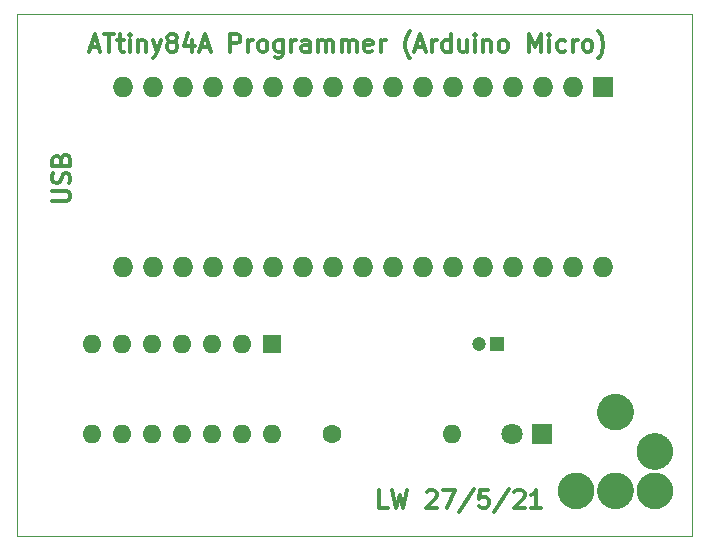
<source format=gbr>
G04 #@! TF.GenerationSoftware,KiCad,Pcbnew,(5.1.9-0-10_14)*
G04 #@! TF.CreationDate,2021-06-09T21:06:45+01:00*
G04 #@! TF.ProjectId,ATtiny84Programmer,41547469-6e79-4383-9450-726f6772616d,rev?*
G04 #@! TF.SameCoordinates,Original*
G04 #@! TF.FileFunction,Copper,L1,Top*
G04 #@! TF.FilePolarity,Positive*
%FSLAX46Y46*%
G04 Gerber Fmt 4.6, Leading zero omitted, Abs format (unit mm)*
G04 Created by KiCad (PCBNEW (5.1.9-0-10_14)) date 2021-06-09 21:06:45*
%MOMM*%
%LPD*%
G01*
G04 APERTURE LIST*
G04 #@! TA.AperFunction,NonConductor*
%ADD10C,0.050000*%
G04 #@! TD*
G04 #@! TA.AperFunction,NonConductor*
%ADD11C,0.300000*%
G04 #@! TD*
G04 #@! TA.AperFunction,EtchedComponent*
%ADD12C,0.010000*%
G04 #@! TD*
G04 #@! TA.AperFunction,ComponentPad*
%ADD13O,1.727200X1.727200*%
G04 #@! TD*
G04 #@! TA.AperFunction,ComponentPad*
%ADD14R,1.727200X1.727200*%
G04 #@! TD*
G04 #@! TA.AperFunction,ComponentPad*
%ADD15R,1.200000X1.200000*%
G04 #@! TD*
G04 #@! TA.AperFunction,ComponentPad*
%ADD16C,1.200000*%
G04 #@! TD*
G04 #@! TA.AperFunction,ComponentPad*
%ADD17R,1.800000X1.800000*%
G04 #@! TD*
G04 #@! TA.AperFunction,ComponentPad*
%ADD18C,1.800000*%
G04 #@! TD*
G04 #@! TA.AperFunction,ComponentPad*
%ADD19C,1.600000*%
G04 #@! TD*
G04 #@! TA.AperFunction,ComponentPad*
%ADD20O,1.600000X1.600000*%
G04 #@! TD*
G04 #@! TA.AperFunction,ComponentPad*
%ADD21R,1.600000X1.600000*%
G04 #@! TD*
G04 APERTURE END LIST*
D10*
X140970000Y-71120000D02*
X83820000Y-71120000D01*
X83820000Y-71120000D02*
X83820000Y-115316000D01*
X140970000Y-115316000D02*
X140970000Y-71120000D01*
X83820000Y-115316000D02*
X140970000Y-115316000D01*
D11*
X115202857Y-112958571D02*
X114488571Y-112958571D01*
X114488571Y-111458571D01*
X115560000Y-111458571D02*
X115917142Y-112958571D01*
X116202857Y-111887142D01*
X116488571Y-112958571D01*
X116845714Y-111458571D01*
X118488571Y-111601428D02*
X118560000Y-111530000D01*
X118702857Y-111458571D01*
X119060000Y-111458571D01*
X119202857Y-111530000D01*
X119274285Y-111601428D01*
X119345714Y-111744285D01*
X119345714Y-111887142D01*
X119274285Y-112101428D01*
X118417142Y-112958571D01*
X119345714Y-112958571D01*
X119845714Y-111458571D02*
X120845714Y-111458571D01*
X120202857Y-112958571D01*
X122488571Y-111387142D02*
X121202857Y-113315714D01*
X123702857Y-111458571D02*
X122988571Y-111458571D01*
X122917142Y-112172857D01*
X122988571Y-112101428D01*
X123131428Y-112030000D01*
X123488571Y-112030000D01*
X123631428Y-112101428D01*
X123702857Y-112172857D01*
X123774285Y-112315714D01*
X123774285Y-112672857D01*
X123702857Y-112815714D01*
X123631428Y-112887142D01*
X123488571Y-112958571D01*
X123131428Y-112958571D01*
X122988571Y-112887142D01*
X122917142Y-112815714D01*
X125488571Y-111387142D02*
X124202857Y-113315714D01*
X125917142Y-111601428D02*
X125988571Y-111530000D01*
X126131428Y-111458571D01*
X126488571Y-111458571D01*
X126631428Y-111530000D01*
X126702857Y-111601428D01*
X126774285Y-111744285D01*
X126774285Y-111887142D01*
X126702857Y-112101428D01*
X125845714Y-112958571D01*
X126774285Y-112958571D01*
X128202857Y-112958571D02*
X127345714Y-112958571D01*
X127774285Y-112958571D02*
X127774285Y-111458571D01*
X127631428Y-111672857D01*
X127488571Y-111815714D01*
X127345714Y-111887142D01*
X90009999Y-73910000D02*
X90724285Y-73910000D01*
X89867142Y-74338571D02*
X90367142Y-72838571D01*
X90867142Y-74338571D01*
X91152857Y-72838571D02*
X92009999Y-72838571D01*
X91581428Y-74338571D02*
X91581428Y-72838571D01*
X92295714Y-73338571D02*
X92867142Y-73338571D01*
X92509999Y-72838571D02*
X92509999Y-74124285D01*
X92581428Y-74267142D01*
X92724285Y-74338571D01*
X92867142Y-74338571D01*
X93367142Y-74338571D02*
X93367142Y-73338571D01*
X93367142Y-72838571D02*
X93295714Y-72910000D01*
X93367142Y-72981428D01*
X93438571Y-72910000D01*
X93367142Y-72838571D01*
X93367142Y-72981428D01*
X94081428Y-73338571D02*
X94081428Y-74338571D01*
X94081428Y-73481428D02*
X94152857Y-73410000D01*
X94295714Y-73338571D01*
X94509999Y-73338571D01*
X94652857Y-73410000D01*
X94724285Y-73552857D01*
X94724285Y-74338571D01*
X95295714Y-73338571D02*
X95652857Y-74338571D01*
X96009999Y-73338571D02*
X95652857Y-74338571D01*
X95509999Y-74695714D01*
X95438571Y-74767142D01*
X95295714Y-74838571D01*
X96795714Y-73481428D02*
X96652857Y-73410000D01*
X96581428Y-73338571D01*
X96509999Y-73195714D01*
X96509999Y-73124285D01*
X96581428Y-72981428D01*
X96652857Y-72910000D01*
X96795714Y-72838571D01*
X97081428Y-72838571D01*
X97224285Y-72910000D01*
X97295714Y-72981428D01*
X97367142Y-73124285D01*
X97367142Y-73195714D01*
X97295714Y-73338571D01*
X97224285Y-73410000D01*
X97081428Y-73481428D01*
X96795714Y-73481428D01*
X96652857Y-73552857D01*
X96581428Y-73624285D01*
X96509999Y-73767142D01*
X96509999Y-74052857D01*
X96581428Y-74195714D01*
X96652857Y-74267142D01*
X96795714Y-74338571D01*
X97081428Y-74338571D01*
X97224285Y-74267142D01*
X97295714Y-74195714D01*
X97367142Y-74052857D01*
X97367142Y-73767142D01*
X97295714Y-73624285D01*
X97224285Y-73552857D01*
X97081428Y-73481428D01*
X98652857Y-73338571D02*
X98652857Y-74338571D01*
X98295714Y-72767142D02*
X97938571Y-73838571D01*
X98867142Y-73838571D01*
X99367142Y-73910000D02*
X100081428Y-73910000D01*
X99224285Y-74338571D02*
X99724285Y-72838571D01*
X100224285Y-74338571D01*
X101867142Y-74338571D02*
X101867142Y-72838571D01*
X102438571Y-72838571D01*
X102581428Y-72910000D01*
X102652857Y-72981428D01*
X102724285Y-73124285D01*
X102724285Y-73338571D01*
X102652857Y-73481428D01*
X102581428Y-73552857D01*
X102438571Y-73624285D01*
X101867142Y-73624285D01*
X103367142Y-74338571D02*
X103367142Y-73338571D01*
X103367142Y-73624285D02*
X103438571Y-73481428D01*
X103509999Y-73410000D01*
X103652857Y-73338571D01*
X103795714Y-73338571D01*
X104509999Y-74338571D02*
X104367142Y-74267142D01*
X104295714Y-74195714D01*
X104224285Y-74052857D01*
X104224285Y-73624285D01*
X104295714Y-73481428D01*
X104367142Y-73410000D01*
X104509999Y-73338571D01*
X104724285Y-73338571D01*
X104867142Y-73410000D01*
X104938571Y-73481428D01*
X105009999Y-73624285D01*
X105009999Y-74052857D01*
X104938571Y-74195714D01*
X104867142Y-74267142D01*
X104724285Y-74338571D01*
X104509999Y-74338571D01*
X106295714Y-73338571D02*
X106295714Y-74552857D01*
X106224285Y-74695714D01*
X106152857Y-74767142D01*
X106009999Y-74838571D01*
X105795714Y-74838571D01*
X105652857Y-74767142D01*
X106295714Y-74267142D02*
X106152857Y-74338571D01*
X105867142Y-74338571D01*
X105724285Y-74267142D01*
X105652857Y-74195714D01*
X105581428Y-74052857D01*
X105581428Y-73624285D01*
X105652857Y-73481428D01*
X105724285Y-73410000D01*
X105867142Y-73338571D01*
X106152857Y-73338571D01*
X106295714Y-73410000D01*
X107009999Y-74338571D02*
X107009999Y-73338571D01*
X107009999Y-73624285D02*
X107081428Y-73481428D01*
X107152857Y-73410000D01*
X107295714Y-73338571D01*
X107438571Y-73338571D01*
X108581428Y-74338571D02*
X108581428Y-73552857D01*
X108509999Y-73410000D01*
X108367142Y-73338571D01*
X108081428Y-73338571D01*
X107938571Y-73410000D01*
X108581428Y-74267142D02*
X108438571Y-74338571D01*
X108081428Y-74338571D01*
X107938571Y-74267142D01*
X107867142Y-74124285D01*
X107867142Y-73981428D01*
X107938571Y-73838571D01*
X108081428Y-73767142D01*
X108438571Y-73767142D01*
X108581428Y-73695714D01*
X109295714Y-74338571D02*
X109295714Y-73338571D01*
X109295714Y-73481428D02*
X109367142Y-73410000D01*
X109509999Y-73338571D01*
X109724285Y-73338571D01*
X109867142Y-73410000D01*
X109938571Y-73552857D01*
X109938571Y-74338571D01*
X109938571Y-73552857D02*
X110009999Y-73410000D01*
X110152857Y-73338571D01*
X110367142Y-73338571D01*
X110509999Y-73410000D01*
X110581428Y-73552857D01*
X110581428Y-74338571D01*
X111295714Y-74338571D02*
X111295714Y-73338571D01*
X111295714Y-73481428D02*
X111367142Y-73410000D01*
X111509999Y-73338571D01*
X111724285Y-73338571D01*
X111867142Y-73410000D01*
X111938571Y-73552857D01*
X111938571Y-74338571D01*
X111938571Y-73552857D02*
X112009999Y-73410000D01*
X112152857Y-73338571D01*
X112367142Y-73338571D01*
X112509999Y-73410000D01*
X112581428Y-73552857D01*
X112581428Y-74338571D01*
X113867142Y-74267142D02*
X113724285Y-74338571D01*
X113438571Y-74338571D01*
X113295714Y-74267142D01*
X113224285Y-74124285D01*
X113224285Y-73552857D01*
X113295714Y-73410000D01*
X113438571Y-73338571D01*
X113724285Y-73338571D01*
X113867142Y-73410000D01*
X113938571Y-73552857D01*
X113938571Y-73695714D01*
X113224285Y-73838571D01*
X114581428Y-74338571D02*
X114581428Y-73338571D01*
X114581428Y-73624285D02*
X114652857Y-73481428D01*
X114724285Y-73410000D01*
X114867142Y-73338571D01*
X115009999Y-73338571D01*
X117081428Y-74910000D02*
X117009999Y-74838571D01*
X116867142Y-74624285D01*
X116795714Y-74481428D01*
X116724285Y-74267142D01*
X116652857Y-73910000D01*
X116652857Y-73624285D01*
X116724285Y-73267142D01*
X116795714Y-73052857D01*
X116867142Y-72910000D01*
X117009999Y-72695714D01*
X117081428Y-72624285D01*
X117581428Y-73910000D02*
X118295714Y-73910000D01*
X117438571Y-74338571D02*
X117938571Y-72838571D01*
X118438571Y-74338571D01*
X118938571Y-74338571D02*
X118938571Y-73338571D01*
X118938571Y-73624285D02*
X119009999Y-73481428D01*
X119081428Y-73410000D01*
X119224285Y-73338571D01*
X119367142Y-73338571D01*
X120509999Y-74338571D02*
X120509999Y-72838571D01*
X120509999Y-74267142D02*
X120367142Y-74338571D01*
X120081428Y-74338571D01*
X119938571Y-74267142D01*
X119867142Y-74195714D01*
X119795714Y-74052857D01*
X119795714Y-73624285D01*
X119867142Y-73481428D01*
X119938571Y-73410000D01*
X120081428Y-73338571D01*
X120367142Y-73338571D01*
X120509999Y-73410000D01*
X121867142Y-73338571D02*
X121867142Y-74338571D01*
X121224285Y-73338571D02*
X121224285Y-74124285D01*
X121295714Y-74267142D01*
X121438571Y-74338571D01*
X121652857Y-74338571D01*
X121795714Y-74267142D01*
X121867142Y-74195714D01*
X122581428Y-74338571D02*
X122581428Y-73338571D01*
X122581428Y-72838571D02*
X122510000Y-72910000D01*
X122581428Y-72981428D01*
X122652857Y-72910000D01*
X122581428Y-72838571D01*
X122581428Y-72981428D01*
X123295714Y-73338571D02*
X123295714Y-74338571D01*
X123295714Y-73481428D02*
X123367142Y-73410000D01*
X123510000Y-73338571D01*
X123724285Y-73338571D01*
X123867142Y-73410000D01*
X123938571Y-73552857D01*
X123938571Y-74338571D01*
X124867142Y-74338571D02*
X124724285Y-74267142D01*
X124652857Y-74195714D01*
X124581428Y-74052857D01*
X124581428Y-73624285D01*
X124652857Y-73481428D01*
X124724285Y-73410000D01*
X124867142Y-73338571D01*
X125081428Y-73338571D01*
X125224285Y-73410000D01*
X125295714Y-73481428D01*
X125367142Y-73624285D01*
X125367142Y-74052857D01*
X125295714Y-74195714D01*
X125224285Y-74267142D01*
X125081428Y-74338571D01*
X124867142Y-74338571D01*
X127152857Y-74338571D02*
X127152857Y-72838571D01*
X127652857Y-73910000D01*
X128152857Y-72838571D01*
X128152857Y-74338571D01*
X128867142Y-74338571D02*
X128867142Y-73338571D01*
X128867142Y-72838571D02*
X128795714Y-72910000D01*
X128867142Y-72981428D01*
X128938571Y-72910000D01*
X128867142Y-72838571D01*
X128867142Y-72981428D01*
X130224285Y-74267142D02*
X130081428Y-74338571D01*
X129795714Y-74338571D01*
X129652857Y-74267142D01*
X129581428Y-74195714D01*
X129510000Y-74052857D01*
X129510000Y-73624285D01*
X129581428Y-73481428D01*
X129652857Y-73410000D01*
X129795714Y-73338571D01*
X130081428Y-73338571D01*
X130224285Y-73410000D01*
X130867142Y-74338571D02*
X130867142Y-73338571D01*
X130867142Y-73624285D02*
X130938571Y-73481428D01*
X131010000Y-73410000D01*
X131152857Y-73338571D01*
X131295714Y-73338571D01*
X132010000Y-74338571D02*
X131867142Y-74267142D01*
X131795714Y-74195714D01*
X131724285Y-74052857D01*
X131724285Y-73624285D01*
X131795714Y-73481428D01*
X131867142Y-73410000D01*
X132010000Y-73338571D01*
X132224285Y-73338571D01*
X132367142Y-73410000D01*
X132438571Y-73481428D01*
X132510000Y-73624285D01*
X132510000Y-74052857D01*
X132438571Y-74195714D01*
X132367142Y-74267142D01*
X132224285Y-74338571D01*
X132010000Y-74338571D01*
X133010000Y-74910000D02*
X133081428Y-74838571D01*
X133224285Y-74624285D01*
X133295714Y-74481428D01*
X133367142Y-74267142D01*
X133438571Y-73910000D01*
X133438571Y-73624285D01*
X133367142Y-73267142D01*
X133295714Y-73052857D01*
X133224285Y-72910000D01*
X133081428Y-72695714D01*
X133010000Y-72624285D01*
X86808571Y-86982857D02*
X88022857Y-86982857D01*
X88165714Y-86911428D01*
X88237142Y-86840000D01*
X88308571Y-86697142D01*
X88308571Y-86411428D01*
X88237142Y-86268571D01*
X88165714Y-86197142D01*
X88022857Y-86125714D01*
X86808571Y-86125714D01*
X88237142Y-85482857D02*
X88308571Y-85268571D01*
X88308571Y-84911428D01*
X88237142Y-84768571D01*
X88165714Y-84697142D01*
X88022857Y-84625714D01*
X87880000Y-84625714D01*
X87737142Y-84697142D01*
X87665714Y-84768571D01*
X87594285Y-84911428D01*
X87522857Y-85197142D01*
X87451428Y-85340000D01*
X87380000Y-85411428D01*
X87237142Y-85482857D01*
X87094285Y-85482857D01*
X86951428Y-85411428D01*
X86880000Y-85340000D01*
X86808571Y-85197142D01*
X86808571Y-84840000D01*
X86880000Y-84625714D01*
X87522857Y-83482857D02*
X87594285Y-83268571D01*
X87665714Y-83197142D01*
X87808571Y-83125714D01*
X88022857Y-83125714D01*
X88165714Y-83197142D01*
X88237142Y-83268571D01*
X88308571Y-83411428D01*
X88308571Y-83982857D01*
X86808571Y-83982857D01*
X86808571Y-83482857D01*
X86880000Y-83340000D01*
X86951428Y-83268571D01*
X87094285Y-83197142D01*
X87237142Y-83197142D01*
X87380000Y-83268571D01*
X87451428Y-83340000D01*
X87522857Y-83482857D01*
X87522857Y-83982857D01*
D12*
G04 #@! TO.C,G\u002A\u002A\u002A*
G36*
X134519981Y-103319088D02*
G01*
X134590802Y-103324944D01*
X134612880Y-103327452D01*
X134682240Y-103337544D01*
X134751097Y-103350954D01*
X134819314Y-103367633D01*
X134886752Y-103387532D01*
X134953273Y-103410602D01*
X135018740Y-103436794D01*
X135083013Y-103466060D01*
X135145956Y-103498349D01*
X135207429Y-103533614D01*
X135225471Y-103544708D01*
X135283433Y-103582891D01*
X135339734Y-103623950D01*
X135394215Y-103667728D01*
X135446719Y-103714069D01*
X135497089Y-103762813D01*
X135545167Y-103813805D01*
X135590796Y-103866887D01*
X135633818Y-103921900D01*
X135674076Y-103978689D01*
X135701118Y-104020356D01*
X135730914Y-104070267D01*
X135759202Y-104122073D01*
X135785588Y-104174986D01*
X135809681Y-104228214D01*
X135831090Y-104280969D01*
X135832876Y-104285679D01*
X135856355Y-104352725D01*
X135876577Y-104420596D01*
X135893539Y-104489172D01*
X135907236Y-104558335D01*
X135917665Y-104627965D01*
X135924821Y-104697943D01*
X135928701Y-104768151D01*
X135929301Y-104838470D01*
X135926616Y-104908779D01*
X135920643Y-104978961D01*
X135911378Y-105048897D01*
X135898816Y-105118466D01*
X135882955Y-105187552D01*
X135865057Y-105251860D01*
X135843014Y-105318937D01*
X135817839Y-105384793D01*
X135789600Y-105449320D01*
X135758364Y-105512410D01*
X135724197Y-105573957D01*
X135687167Y-105633853D01*
X135647341Y-105691992D01*
X135604785Y-105748266D01*
X135559567Y-105802569D01*
X135511752Y-105854792D01*
X135461409Y-105904829D01*
X135451338Y-105914290D01*
X135398236Y-105961429D01*
X135343144Y-106005871D01*
X135286170Y-106047565D01*
X135227424Y-106086458D01*
X135167011Y-106122499D01*
X135105042Y-106155635D01*
X135041623Y-106185815D01*
X134976862Y-106212986D01*
X134910869Y-106237097D01*
X134843750Y-106258094D01*
X134775614Y-106275927D01*
X134706570Y-106290544D01*
X134650980Y-106299852D01*
X134632283Y-106302450D01*
X134611295Y-106305078D01*
X134589106Y-106307613D01*
X134566808Y-106309933D01*
X134545493Y-106311917D01*
X134534987Y-106312789D01*
X134526313Y-106313322D01*
X134514781Y-106313803D01*
X134500919Y-106314228D01*
X134485255Y-106314590D01*
X134468316Y-106314886D01*
X134450631Y-106315111D01*
X134432728Y-106315260D01*
X134415134Y-106315329D01*
X134398378Y-106315312D01*
X134382988Y-106315206D01*
X134369492Y-106315005D01*
X134358417Y-106314705D01*
X134352107Y-106314417D01*
X134283954Y-106309101D01*
X134217614Y-106301164D01*
X134152658Y-106290521D01*
X134088659Y-106277091D01*
X134025186Y-106260790D01*
X133961810Y-106241534D01*
X133941473Y-106234732D01*
X133875606Y-106210435D01*
X133810996Y-106183019D01*
X133747749Y-106152551D01*
X133685971Y-106119098D01*
X133625771Y-106082726D01*
X133567253Y-106043503D01*
X133510526Y-106001494D01*
X133455695Y-105956768D01*
X133402867Y-105909390D01*
X133369138Y-105876688D01*
X133319895Y-105825079D01*
X133273353Y-105771475D01*
X133229556Y-105715970D01*
X133188550Y-105658660D01*
X133150378Y-105599641D01*
X133115087Y-105539008D01*
X133082720Y-105476857D01*
X133053323Y-105413283D01*
X133026940Y-105348382D01*
X133003616Y-105282249D01*
X132983395Y-105214980D01*
X132966323Y-105146671D01*
X132952444Y-105077417D01*
X132941803Y-105007313D01*
X132935706Y-104951293D01*
X132931880Y-104896320D01*
X132930080Y-104839706D01*
X132930296Y-104782445D01*
X132932517Y-104725531D01*
X132936732Y-104669957D01*
X132939084Y-104647340D01*
X132948718Y-104576951D01*
X132961633Y-104507317D01*
X132977785Y-104438541D01*
X132997133Y-104370723D01*
X133019634Y-104303966D01*
X133045245Y-104238371D01*
X133073924Y-104174041D01*
X133105628Y-104111076D01*
X133140315Y-104049579D01*
X133177942Y-103989652D01*
X133218467Y-103931395D01*
X133261848Y-103874912D01*
X133261886Y-103874865D01*
X133296003Y-103834245D01*
X133332770Y-103793624D01*
X133371522Y-103753675D01*
X133411589Y-103715071D01*
X133452305Y-103678485D01*
X133479419Y-103655597D01*
X133534978Y-103612107D01*
X133592311Y-103571463D01*
X133651308Y-103533698D01*
X133711859Y-103498844D01*
X133773856Y-103466930D01*
X133837190Y-103437991D01*
X133901750Y-103412056D01*
X133967428Y-103389158D01*
X134034115Y-103369328D01*
X134101701Y-103352598D01*
X134170076Y-103339000D01*
X134239133Y-103328565D01*
X134308761Y-103321324D01*
X134378851Y-103317311D01*
X134449294Y-103316555D01*
X134519981Y-103319088D01*
G37*
X134519981Y-103319088D02*
X134590802Y-103324944D01*
X134612880Y-103327452D01*
X134682240Y-103337544D01*
X134751097Y-103350954D01*
X134819314Y-103367633D01*
X134886752Y-103387532D01*
X134953273Y-103410602D01*
X135018740Y-103436794D01*
X135083013Y-103466060D01*
X135145956Y-103498349D01*
X135207429Y-103533614D01*
X135225471Y-103544708D01*
X135283433Y-103582891D01*
X135339734Y-103623950D01*
X135394215Y-103667728D01*
X135446719Y-103714069D01*
X135497089Y-103762813D01*
X135545167Y-103813805D01*
X135590796Y-103866887D01*
X135633818Y-103921900D01*
X135674076Y-103978689D01*
X135701118Y-104020356D01*
X135730914Y-104070267D01*
X135759202Y-104122073D01*
X135785588Y-104174986D01*
X135809681Y-104228214D01*
X135831090Y-104280969D01*
X135832876Y-104285679D01*
X135856355Y-104352725D01*
X135876577Y-104420596D01*
X135893539Y-104489172D01*
X135907236Y-104558335D01*
X135917665Y-104627965D01*
X135924821Y-104697943D01*
X135928701Y-104768151D01*
X135929301Y-104838470D01*
X135926616Y-104908779D01*
X135920643Y-104978961D01*
X135911378Y-105048897D01*
X135898816Y-105118466D01*
X135882955Y-105187552D01*
X135865057Y-105251860D01*
X135843014Y-105318937D01*
X135817839Y-105384793D01*
X135789600Y-105449320D01*
X135758364Y-105512410D01*
X135724197Y-105573957D01*
X135687167Y-105633853D01*
X135647341Y-105691992D01*
X135604785Y-105748266D01*
X135559567Y-105802569D01*
X135511752Y-105854792D01*
X135461409Y-105904829D01*
X135451338Y-105914290D01*
X135398236Y-105961429D01*
X135343144Y-106005871D01*
X135286170Y-106047565D01*
X135227424Y-106086458D01*
X135167011Y-106122499D01*
X135105042Y-106155635D01*
X135041623Y-106185815D01*
X134976862Y-106212986D01*
X134910869Y-106237097D01*
X134843750Y-106258094D01*
X134775614Y-106275927D01*
X134706570Y-106290544D01*
X134650980Y-106299852D01*
X134632283Y-106302450D01*
X134611295Y-106305078D01*
X134589106Y-106307613D01*
X134566808Y-106309933D01*
X134545493Y-106311917D01*
X134534987Y-106312789D01*
X134526313Y-106313322D01*
X134514781Y-106313803D01*
X134500919Y-106314228D01*
X134485255Y-106314590D01*
X134468316Y-106314886D01*
X134450631Y-106315111D01*
X134432728Y-106315260D01*
X134415134Y-106315329D01*
X134398378Y-106315312D01*
X134382988Y-106315206D01*
X134369492Y-106315005D01*
X134358417Y-106314705D01*
X134352107Y-106314417D01*
X134283954Y-106309101D01*
X134217614Y-106301164D01*
X134152658Y-106290521D01*
X134088659Y-106277091D01*
X134025186Y-106260790D01*
X133961810Y-106241534D01*
X133941473Y-106234732D01*
X133875606Y-106210435D01*
X133810996Y-106183019D01*
X133747749Y-106152551D01*
X133685971Y-106119098D01*
X133625771Y-106082726D01*
X133567253Y-106043503D01*
X133510526Y-106001494D01*
X133455695Y-105956768D01*
X133402867Y-105909390D01*
X133369138Y-105876688D01*
X133319895Y-105825079D01*
X133273353Y-105771475D01*
X133229556Y-105715970D01*
X133188550Y-105658660D01*
X133150378Y-105599641D01*
X133115087Y-105539008D01*
X133082720Y-105476857D01*
X133053323Y-105413283D01*
X133026940Y-105348382D01*
X133003616Y-105282249D01*
X132983395Y-105214980D01*
X132966323Y-105146671D01*
X132952444Y-105077417D01*
X132941803Y-105007313D01*
X132935706Y-104951293D01*
X132931880Y-104896320D01*
X132930080Y-104839706D01*
X132930296Y-104782445D01*
X132932517Y-104725531D01*
X132936732Y-104669957D01*
X132939084Y-104647340D01*
X132948718Y-104576951D01*
X132961633Y-104507317D01*
X132977785Y-104438541D01*
X132997133Y-104370723D01*
X133019634Y-104303966D01*
X133045245Y-104238371D01*
X133073924Y-104174041D01*
X133105628Y-104111076D01*
X133140315Y-104049579D01*
X133177942Y-103989652D01*
X133218467Y-103931395D01*
X133261848Y-103874912D01*
X133261886Y-103874865D01*
X133296003Y-103834245D01*
X133332770Y-103793624D01*
X133371522Y-103753675D01*
X133411589Y-103715071D01*
X133452305Y-103678485D01*
X133479419Y-103655597D01*
X133534978Y-103612107D01*
X133592311Y-103571463D01*
X133651308Y-103533698D01*
X133711859Y-103498844D01*
X133773856Y-103466930D01*
X133837190Y-103437991D01*
X133901750Y-103412056D01*
X133967428Y-103389158D01*
X134034115Y-103369328D01*
X134101701Y-103352598D01*
X134170076Y-103339000D01*
X134239133Y-103328565D01*
X134308761Y-103321324D01*
X134378851Y-103317311D01*
X134449294Y-103316555D01*
X134519981Y-103319088D01*
G36*
X137840048Y-106651644D02*
G01*
X137897947Y-106655706D01*
X137968726Y-106663754D01*
X138038659Y-106675057D01*
X138107660Y-106689569D01*
X138175642Y-106707245D01*
X138242520Y-106728040D01*
X138308207Y-106751908D01*
X138372616Y-106778803D01*
X138435662Y-106808680D01*
X138497259Y-106841495D01*
X138557320Y-106877200D01*
X138615759Y-106915752D01*
X138672490Y-106957103D01*
X138727427Y-107001210D01*
X138780483Y-107048026D01*
X138831573Y-107097507D01*
X138880610Y-107149606D01*
X138919159Y-107194166D01*
X138962595Y-107248960D01*
X139003288Y-107305678D01*
X139041196Y-107364198D01*
X139076272Y-107424397D01*
X139108475Y-107486153D01*
X139137759Y-107549343D01*
X139164080Y-107613844D01*
X139187395Y-107679535D01*
X139207658Y-107746292D01*
X139224827Y-107813993D01*
X139238857Y-107882515D01*
X139249703Y-107951735D01*
X139257322Y-108021532D01*
X139261670Y-108091783D01*
X139262763Y-108149153D01*
X139261079Y-108220549D01*
X139256071Y-108291467D01*
X139247769Y-108361811D01*
X139236203Y-108431480D01*
X139221402Y-108500379D01*
X139203396Y-108568407D01*
X139182215Y-108635468D01*
X139157888Y-108701463D01*
X139130445Y-108766294D01*
X139099916Y-108829863D01*
X139066330Y-108892071D01*
X139029716Y-108952821D01*
X139011950Y-108980122D01*
X138975742Y-109032136D01*
X138937574Y-109082347D01*
X138896857Y-109131519D01*
X138878957Y-109151929D01*
X138871741Y-109159808D01*
X138862522Y-109169539D01*
X138851726Y-109180699D01*
X138839782Y-109192861D01*
X138827116Y-109205600D01*
X138814158Y-109218492D01*
X138801334Y-109231111D01*
X138789071Y-109243032D01*
X138777799Y-109253829D01*
X138767944Y-109263079D01*
X138759934Y-109270355D01*
X138759007Y-109271172D01*
X138702930Y-109318211D01*
X138645481Y-109362153D01*
X138586653Y-109403004D01*
X138526443Y-109440764D01*
X138464845Y-109475436D01*
X138401854Y-109507023D01*
X138337465Y-109535528D01*
X138271674Y-109560952D01*
X138204477Y-109583300D01*
X138135867Y-109602572D01*
X138128240Y-109604503D01*
X138073166Y-109617255D01*
X138018568Y-109627754D01*
X137963728Y-109636099D01*
X137907926Y-109642391D01*
X137850443Y-109646730D01*
X137811099Y-109648577D01*
X137797038Y-109649082D01*
X137785481Y-109649469D01*
X137775738Y-109649737D01*
X137767121Y-109649885D01*
X137758940Y-109649914D01*
X137750508Y-109649824D01*
X137741134Y-109649613D01*
X137730130Y-109649281D01*
X137716808Y-109648829D01*
X137708293Y-109648531D01*
X137637418Y-109644355D01*
X137567064Y-109636847D01*
X137497312Y-109626030D01*
X137428243Y-109611930D01*
X137359936Y-109594572D01*
X137292473Y-109573979D01*
X137225932Y-109550177D01*
X137160396Y-109523192D01*
X137095944Y-109493046D01*
X137032656Y-109459766D01*
X136970613Y-109423377D01*
X136962780Y-109418505D01*
X136907802Y-109382197D01*
X136853911Y-109342849D01*
X136801373Y-109300703D01*
X136750453Y-109256004D01*
X136701415Y-109208996D01*
X136654524Y-109159923D01*
X136610045Y-109109028D01*
X136568244Y-109056556D01*
X136564573Y-109051700D01*
X136523483Y-108994319D01*
X136485062Y-108934980D01*
X136449432Y-108873901D01*
X136416713Y-108811302D01*
X136387025Y-108747400D01*
X136360489Y-108682413D01*
X136359782Y-108680552D01*
X136336393Y-108614112D01*
X136316229Y-108546756D01*
X136299295Y-108478613D01*
X136285596Y-108409812D01*
X136275135Y-108340483D01*
X136267917Y-108270754D01*
X136263946Y-108200756D01*
X136263227Y-108130617D01*
X136265763Y-108060466D01*
X136271560Y-107990433D01*
X136280621Y-107920647D01*
X136292951Y-107851238D01*
X136308554Y-107782334D01*
X136327435Y-107714064D01*
X136327464Y-107713967D01*
X136349631Y-107646421D01*
X136374862Y-107580316D01*
X136403152Y-107515660D01*
X136434495Y-107452464D01*
X136468885Y-107390738D01*
X136506318Y-107330492D01*
X136546787Y-107271736D01*
X136590287Y-107214480D01*
X136636812Y-107158734D01*
X136641319Y-107153595D01*
X136650589Y-107143346D01*
X136661875Y-107131308D01*
X136674717Y-107117941D01*
X136688653Y-107103704D01*
X136703221Y-107089058D01*
X136717959Y-107074462D01*
X136732404Y-107060376D01*
X136746096Y-107047259D01*
X136758572Y-107035572D01*
X136769371Y-107025775D01*
X136772412Y-107023101D01*
X136828394Y-106976511D01*
X136885865Y-106932958D01*
X136944817Y-106892447D01*
X137005241Y-106854982D01*
X137067131Y-106820567D01*
X137130478Y-106789207D01*
X137195273Y-106760906D01*
X137261510Y-106735668D01*
X137329179Y-106713498D01*
X137353801Y-106706293D01*
X137421329Y-106688891D01*
X137489890Y-106674650D01*
X137559252Y-106663594D01*
X137629182Y-106655744D01*
X137699447Y-106651121D01*
X137769813Y-106649747D01*
X137840048Y-106651644D01*
G37*
X137840048Y-106651644D02*
X137897947Y-106655706D01*
X137968726Y-106663754D01*
X138038659Y-106675057D01*
X138107660Y-106689569D01*
X138175642Y-106707245D01*
X138242520Y-106728040D01*
X138308207Y-106751908D01*
X138372616Y-106778803D01*
X138435662Y-106808680D01*
X138497259Y-106841495D01*
X138557320Y-106877200D01*
X138615759Y-106915752D01*
X138672490Y-106957103D01*
X138727427Y-107001210D01*
X138780483Y-107048026D01*
X138831573Y-107097507D01*
X138880610Y-107149606D01*
X138919159Y-107194166D01*
X138962595Y-107248960D01*
X139003288Y-107305678D01*
X139041196Y-107364198D01*
X139076272Y-107424397D01*
X139108475Y-107486153D01*
X139137759Y-107549343D01*
X139164080Y-107613844D01*
X139187395Y-107679535D01*
X139207658Y-107746292D01*
X139224827Y-107813993D01*
X139238857Y-107882515D01*
X139249703Y-107951735D01*
X139257322Y-108021532D01*
X139261670Y-108091783D01*
X139262763Y-108149153D01*
X139261079Y-108220549D01*
X139256071Y-108291467D01*
X139247769Y-108361811D01*
X139236203Y-108431480D01*
X139221402Y-108500379D01*
X139203396Y-108568407D01*
X139182215Y-108635468D01*
X139157888Y-108701463D01*
X139130445Y-108766294D01*
X139099916Y-108829863D01*
X139066330Y-108892071D01*
X139029716Y-108952821D01*
X139011950Y-108980122D01*
X138975742Y-109032136D01*
X138937574Y-109082347D01*
X138896857Y-109131519D01*
X138878957Y-109151929D01*
X138871741Y-109159808D01*
X138862522Y-109169539D01*
X138851726Y-109180699D01*
X138839782Y-109192861D01*
X138827116Y-109205600D01*
X138814158Y-109218492D01*
X138801334Y-109231111D01*
X138789071Y-109243032D01*
X138777799Y-109253829D01*
X138767944Y-109263079D01*
X138759934Y-109270355D01*
X138759007Y-109271172D01*
X138702930Y-109318211D01*
X138645481Y-109362153D01*
X138586653Y-109403004D01*
X138526443Y-109440764D01*
X138464845Y-109475436D01*
X138401854Y-109507023D01*
X138337465Y-109535528D01*
X138271674Y-109560952D01*
X138204477Y-109583300D01*
X138135867Y-109602572D01*
X138128240Y-109604503D01*
X138073166Y-109617255D01*
X138018568Y-109627754D01*
X137963728Y-109636099D01*
X137907926Y-109642391D01*
X137850443Y-109646730D01*
X137811099Y-109648577D01*
X137797038Y-109649082D01*
X137785481Y-109649469D01*
X137775738Y-109649737D01*
X137767121Y-109649885D01*
X137758940Y-109649914D01*
X137750508Y-109649824D01*
X137741134Y-109649613D01*
X137730130Y-109649281D01*
X137716808Y-109648829D01*
X137708293Y-109648531D01*
X137637418Y-109644355D01*
X137567064Y-109636847D01*
X137497312Y-109626030D01*
X137428243Y-109611930D01*
X137359936Y-109594572D01*
X137292473Y-109573979D01*
X137225932Y-109550177D01*
X137160396Y-109523192D01*
X137095944Y-109493046D01*
X137032656Y-109459766D01*
X136970613Y-109423377D01*
X136962780Y-109418505D01*
X136907802Y-109382197D01*
X136853911Y-109342849D01*
X136801373Y-109300703D01*
X136750453Y-109256004D01*
X136701415Y-109208996D01*
X136654524Y-109159923D01*
X136610045Y-109109028D01*
X136568244Y-109056556D01*
X136564573Y-109051700D01*
X136523483Y-108994319D01*
X136485062Y-108934980D01*
X136449432Y-108873901D01*
X136416713Y-108811302D01*
X136387025Y-108747400D01*
X136360489Y-108682413D01*
X136359782Y-108680552D01*
X136336393Y-108614112D01*
X136316229Y-108546756D01*
X136299295Y-108478613D01*
X136285596Y-108409812D01*
X136275135Y-108340483D01*
X136267917Y-108270754D01*
X136263946Y-108200756D01*
X136263227Y-108130617D01*
X136265763Y-108060466D01*
X136271560Y-107990433D01*
X136280621Y-107920647D01*
X136292951Y-107851238D01*
X136308554Y-107782334D01*
X136327435Y-107714064D01*
X136327464Y-107713967D01*
X136349631Y-107646421D01*
X136374862Y-107580316D01*
X136403152Y-107515660D01*
X136434495Y-107452464D01*
X136468885Y-107390738D01*
X136506318Y-107330492D01*
X136546787Y-107271736D01*
X136590287Y-107214480D01*
X136636812Y-107158734D01*
X136641319Y-107153595D01*
X136650589Y-107143346D01*
X136661875Y-107131308D01*
X136674717Y-107117941D01*
X136688653Y-107103704D01*
X136703221Y-107089058D01*
X136717959Y-107074462D01*
X136732404Y-107060376D01*
X136746096Y-107047259D01*
X136758572Y-107035572D01*
X136769371Y-107025775D01*
X136772412Y-107023101D01*
X136828394Y-106976511D01*
X136885865Y-106932958D01*
X136944817Y-106892447D01*
X137005241Y-106854982D01*
X137067131Y-106820567D01*
X137130478Y-106789207D01*
X137195273Y-106760906D01*
X137261510Y-106735668D01*
X137329179Y-106713498D01*
X137353801Y-106706293D01*
X137421329Y-106688891D01*
X137489890Y-106674650D01*
X137559252Y-106663594D01*
X137629182Y-106655744D01*
X137699447Y-106651121D01*
X137769813Y-106649747D01*
X137840048Y-106651644D01*
G36*
X137831212Y-109984595D02*
G01*
X137900541Y-109989348D01*
X137969623Y-109997300D01*
X138038342Y-110008448D01*
X138106579Y-110022790D01*
X138174217Y-110040325D01*
X138241139Y-110061052D01*
X138307226Y-110084967D01*
X138372361Y-110112069D01*
X138418647Y-110133575D01*
X138481318Y-110165878D01*
X138542219Y-110201024D01*
X138601264Y-110238923D01*
X138658370Y-110279482D01*
X138713450Y-110322607D01*
X138766421Y-110368205D01*
X138817196Y-110416185D01*
X138865692Y-110466454D01*
X138911824Y-110518918D01*
X138955506Y-110573485D01*
X138996653Y-110630063D01*
X139035181Y-110688558D01*
X139071005Y-110748878D01*
X139104039Y-110810930D01*
X139134200Y-110874621D01*
X139161401Y-110939860D01*
X139164633Y-110948233D01*
X139188169Y-111014478D01*
X139208480Y-111081620D01*
X139225567Y-111149529D01*
X139239431Y-111218074D01*
X139250072Y-111287124D01*
X139257492Y-111356548D01*
X139261693Y-111426215D01*
X139262674Y-111495993D01*
X139260438Y-111565753D01*
X139254986Y-111635362D01*
X139246318Y-111704690D01*
X139234436Y-111773606D01*
X139219340Y-111841978D01*
X139201033Y-111909677D01*
X139179515Y-111976570D01*
X139155288Y-112041280D01*
X139147515Y-112060426D01*
X139140337Y-112077575D01*
X139133372Y-112093565D01*
X139126238Y-112109235D01*
X139118555Y-112125424D01*
X139109941Y-112142973D01*
X139101059Y-112160660D01*
X139067599Y-112223032D01*
X139031258Y-112283681D01*
X138992127Y-112342499D01*
X138950296Y-112399379D01*
X138905856Y-112454212D01*
X138858897Y-112506890D01*
X138809510Y-112557305D01*
X138757784Y-112605349D01*
X138703811Y-112650914D01*
X138665873Y-112680426D01*
X138625153Y-112710179D01*
X138585264Y-112737487D01*
X138545386Y-112762864D01*
X138504697Y-112786821D01*
X138462377Y-112809871D01*
X138440660Y-112821059D01*
X138400437Y-112840791D01*
X138361545Y-112858540D01*
X138322945Y-112874744D01*
X138283602Y-112889841D01*
X138251007Y-112901379D01*
X138186632Y-112921895D01*
X138122390Y-112939326D01*
X138057858Y-112953753D01*
X137992614Y-112965258D01*
X137926235Y-112973922D01*
X137858300Y-112979826D01*
X137837833Y-112981057D01*
X137824480Y-112981621D01*
X137808474Y-112982038D01*
X137790544Y-112982309D01*
X137771422Y-112982434D01*
X137751836Y-112982414D01*
X137732517Y-112982251D01*
X137714196Y-112981944D01*
X137697601Y-112981495D01*
X137683464Y-112980905D01*
X137682893Y-112980875D01*
X137612456Y-112975441D01*
X137542495Y-112966696D01*
X137473137Y-112954687D01*
X137404505Y-112939462D01*
X137336724Y-112921069D01*
X137269919Y-112899554D01*
X137204215Y-112874965D01*
X137139737Y-112847351D01*
X137076609Y-112816757D01*
X137014956Y-112783233D01*
X136954903Y-112746825D01*
X136896575Y-112707581D01*
X136840096Y-112665548D01*
X136826406Y-112654711D01*
X136771881Y-112608885D01*
X136719892Y-112560869D01*
X136670480Y-112510761D01*
X136623684Y-112458662D01*
X136579545Y-112404670D01*
X136538104Y-112348883D01*
X136499401Y-112291403D01*
X136463476Y-112232326D01*
X136430370Y-112171754D01*
X136400123Y-112109784D01*
X136372776Y-112046515D01*
X136348369Y-111982048D01*
X136326942Y-111916481D01*
X136308536Y-111849914D01*
X136293192Y-111782444D01*
X136280949Y-111714173D01*
X136271848Y-111645198D01*
X136265929Y-111575618D01*
X136263234Y-111505534D01*
X136263801Y-111435044D01*
X136267672Y-111364247D01*
X136274105Y-111299600D01*
X136284253Y-111229774D01*
X136297706Y-111160633D01*
X136314440Y-111092245D01*
X136334428Y-111024684D01*
X136357647Y-110958018D01*
X136384070Y-110892318D01*
X136413673Y-110827656D01*
X136446430Y-110764102D01*
X136482317Y-110701727D01*
X136493986Y-110682780D01*
X136530175Y-110627960D01*
X136569397Y-110574255D01*
X136611410Y-110521904D01*
X136655975Y-110471147D01*
X136702852Y-110422225D01*
X136751800Y-110375377D01*
X136802579Y-110330844D01*
X136854949Y-110288866D01*
X136908671Y-110249682D01*
X136962780Y-110213986D01*
X136993531Y-110195293D01*
X137025858Y-110176656D01*
X137058919Y-110158525D01*
X137091871Y-110141353D01*
X137123873Y-110125593D01*
X137150279Y-110113383D01*
X137215597Y-110086050D01*
X137281846Y-110061934D01*
X137348907Y-110041033D01*
X137416664Y-110023346D01*
X137484998Y-110008869D01*
X137553791Y-109997603D01*
X137622928Y-109989544D01*
X137692288Y-109984691D01*
X137761756Y-109983042D01*
X137831212Y-109984595D01*
G37*
X137831212Y-109984595D02*
X137900541Y-109989348D01*
X137969623Y-109997300D01*
X138038342Y-110008448D01*
X138106579Y-110022790D01*
X138174217Y-110040325D01*
X138241139Y-110061052D01*
X138307226Y-110084967D01*
X138372361Y-110112069D01*
X138418647Y-110133575D01*
X138481318Y-110165878D01*
X138542219Y-110201024D01*
X138601264Y-110238923D01*
X138658370Y-110279482D01*
X138713450Y-110322607D01*
X138766421Y-110368205D01*
X138817196Y-110416185D01*
X138865692Y-110466454D01*
X138911824Y-110518918D01*
X138955506Y-110573485D01*
X138996653Y-110630063D01*
X139035181Y-110688558D01*
X139071005Y-110748878D01*
X139104039Y-110810930D01*
X139134200Y-110874621D01*
X139161401Y-110939860D01*
X139164633Y-110948233D01*
X139188169Y-111014478D01*
X139208480Y-111081620D01*
X139225567Y-111149529D01*
X139239431Y-111218074D01*
X139250072Y-111287124D01*
X139257492Y-111356548D01*
X139261693Y-111426215D01*
X139262674Y-111495993D01*
X139260438Y-111565753D01*
X139254986Y-111635362D01*
X139246318Y-111704690D01*
X139234436Y-111773606D01*
X139219340Y-111841978D01*
X139201033Y-111909677D01*
X139179515Y-111976570D01*
X139155288Y-112041280D01*
X139147515Y-112060426D01*
X139140337Y-112077575D01*
X139133372Y-112093565D01*
X139126238Y-112109235D01*
X139118555Y-112125424D01*
X139109941Y-112142973D01*
X139101059Y-112160660D01*
X139067599Y-112223032D01*
X139031258Y-112283681D01*
X138992127Y-112342499D01*
X138950296Y-112399379D01*
X138905856Y-112454212D01*
X138858897Y-112506890D01*
X138809510Y-112557305D01*
X138757784Y-112605349D01*
X138703811Y-112650914D01*
X138665873Y-112680426D01*
X138625153Y-112710179D01*
X138585264Y-112737487D01*
X138545386Y-112762864D01*
X138504697Y-112786821D01*
X138462377Y-112809871D01*
X138440660Y-112821059D01*
X138400437Y-112840791D01*
X138361545Y-112858540D01*
X138322945Y-112874744D01*
X138283602Y-112889841D01*
X138251007Y-112901379D01*
X138186632Y-112921895D01*
X138122390Y-112939326D01*
X138057858Y-112953753D01*
X137992614Y-112965258D01*
X137926235Y-112973922D01*
X137858300Y-112979826D01*
X137837833Y-112981057D01*
X137824480Y-112981621D01*
X137808474Y-112982038D01*
X137790544Y-112982309D01*
X137771422Y-112982434D01*
X137751836Y-112982414D01*
X137732517Y-112982251D01*
X137714196Y-112981944D01*
X137697601Y-112981495D01*
X137683464Y-112980905D01*
X137682893Y-112980875D01*
X137612456Y-112975441D01*
X137542495Y-112966696D01*
X137473137Y-112954687D01*
X137404505Y-112939462D01*
X137336724Y-112921069D01*
X137269919Y-112899554D01*
X137204215Y-112874965D01*
X137139737Y-112847351D01*
X137076609Y-112816757D01*
X137014956Y-112783233D01*
X136954903Y-112746825D01*
X136896575Y-112707581D01*
X136840096Y-112665548D01*
X136826406Y-112654711D01*
X136771881Y-112608885D01*
X136719892Y-112560869D01*
X136670480Y-112510761D01*
X136623684Y-112458662D01*
X136579545Y-112404670D01*
X136538104Y-112348883D01*
X136499401Y-112291403D01*
X136463476Y-112232326D01*
X136430370Y-112171754D01*
X136400123Y-112109784D01*
X136372776Y-112046515D01*
X136348369Y-111982048D01*
X136326942Y-111916481D01*
X136308536Y-111849914D01*
X136293192Y-111782444D01*
X136280949Y-111714173D01*
X136271848Y-111645198D01*
X136265929Y-111575618D01*
X136263234Y-111505534D01*
X136263801Y-111435044D01*
X136267672Y-111364247D01*
X136274105Y-111299600D01*
X136284253Y-111229774D01*
X136297706Y-111160633D01*
X136314440Y-111092245D01*
X136334428Y-111024684D01*
X136357647Y-110958018D01*
X136384070Y-110892318D01*
X136413673Y-110827656D01*
X136446430Y-110764102D01*
X136482317Y-110701727D01*
X136493986Y-110682780D01*
X136530175Y-110627960D01*
X136569397Y-110574255D01*
X136611410Y-110521904D01*
X136655975Y-110471147D01*
X136702852Y-110422225D01*
X136751800Y-110375377D01*
X136802579Y-110330844D01*
X136854949Y-110288866D01*
X136908671Y-110249682D01*
X136962780Y-110213986D01*
X136993531Y-110195293D01*
X137025858Y-110176656D01*
X137058919Y-110158525D01*
X137091871Y-110141353D01*
X137123873Y-110125593D01*
X137150279Y-110113383D01*
X137215597Y-110086050D01*
X137281846Y-110061934D01*
X137348907Y-110041033D01*
X137416664Y-110023346D01*
X137484998Y-110008869D01*
X137553791Y-109997603D01*
X137622928Y-109989544D01*
X137692288Y-109984691D01*
X137761756Y-109983042D01*
X137831212Y-109984595D01*
G36*
X134519734Y-109985731D02*
G01*
X134590511Y-109991566D01*
X134612880Y-109994105D01*
X134682490Y-110004228D01*
X134751500Y-110017667D01*
X134819814Y-110034386D01*
X134887338Y-110054352D01*
X134953976Y-110077531D01*
X135019632Y-110103889D01*
X135084212Y-110133393D01*
X135147622Y-110166008D01*
X135209764Y-110201700D01*
X135229700Y-110213975D01*
X135284930Y-110250461D01*
X135338979Y-110289966D01*
X135391617Y-110332258D01*
X135442610Y-110377105D01*
X135491726Y-110424276D01*
X135538735Y-110473537D01*
X135583403Y-110524659D01*
X135625500Y-110577407D01*
X135664792Y-110631551D01*
X135698505Y-110682780D01*
X135731400Y-110737861D01*
X135762179Y-110794552D01*
X135790522Y-110852215D01*
X135816112Y-110910210D01*
X135832580Y-110951620D01*
X135855974Y-111018083D01*
X135876154Y-111085500D01*
X135893111Y-111153735D01*
X135906839Y-111222653D01*
X135917328Y-111292119D01*
X135924571Y-111361997D01*
X135928560Y-111432153D01*
X135929288Y-111502449D01*
X135926746Y-111572753D01*
X135920927Y-111642927D01*
X135911823Y-111712837D01*
X135899426Y-111782347D01*
X135884503Y-111848240D01*
X135865568Y-111917005D01*
X135843559Y-111984358D01*
X135818473Y-112050303D01*
X135790306Y-112114846D01*
X135759058Y-112177990D01*
X135724725Y-112239741D01*
X135687305Y-112300104D01*
X135646794Y-112359083D01*
X135603191Y-112416684D01*
X135556493Y-112472911D01*
X135551172Y-112479007D01*
X135544199Y-112486731D01*
X135535194Y-112496359D01*
X135524583Y-112507463D01*
X135512790Y-112519616D01*
X135500242Y-112532388D01*
X135487362Y-112545354D01*
X135474577Y-112558084D01*
X135462311Y-112570152D01*
X135450989Y-112581130D01*
X135441038Y-112590590D01*
X135432881Y-112598105D01*
X135431929Y-112598957D01*
X135376972Y-112645731D01*
X135320301Y-112689623D01*
X135261991Y-112730600D01*
X135202114Y-112768628D01*
X135140744Y-112803672D01*
X135077955Y-112835699D01*
X135013818Y-112864676D01*
X134948409Y-112890568D01*
X134881800Y-112913342D01*
X134814064Y-112932964D01*
X134745276Y-112949400D01*
X134675508Y-112962616D01*
X134626427Y-112969895D01*
X134582577Y-112974929D01*
X134537122Y-112978756D01*
X134490968Y-112981340D01*
X134445025Y-112982645D01*
X134400198Y-112982635D01*
X134357396Y-112981273D01*
X134350413Y-112980906D01*
X134278600Y-112975239D01*
X134207615Y-112966314D01*
X134137538Y-112954168D01*
X134068449Y-112938837D01*
X134000429Y-112920355D01*
X133933558Y-112898760D01*
X133867917Y-112874087D01*
X133803585Y-112846372D01*
X133740643Y-112815650D01*
X133679172Y-112781957D01*
X133619251Y-112745330D01*
X133560961Y-112705805D01*
X133504382Y-112663416D01*
X133449595Y-112618200D01*
X133396679Y-112570193D01*
X133368280Y-112542490D01*
X133319127Y-112490923D01*
X133272665Y-112437346D01*
X133228941Y-112381857D01*
X133188000Y-112324552D01*
X133149888Y-112265529D01*
X133114650Y-112204885D01*
X133082332Y-112142719D01*
X133052980Y-112079128D01*
X133026638Y-112014208D01*
X133003354Y-111948058D01*
X132983171Y-111880775D01*
X132966137Y-111812457D01*
X132952296Y-111743200D01*
X132941694Y-111673103D01*
X132935706Y-111617947D01*
X132931880Y-111562973D01*
X132930080Y-111506359D01*
X132930296Y-111449099D01*
X132932517Y-111392185D01*
X132936732Y-111336611D01*
X132939084Y-111313993D01*
X132948717Y-111243612D01*
X132961632Y-111173983D01*
X132977784Y-111105210D01*
X132997131Y-111037394D01*
X133019632Y-110970638D01*
X133045242Y-110905043D01*
X133073920Y-110840713D01*
X133105622Y-110777748D01*
X133140306Y-110716252D01*
X133177930Y-110656326D01*
X133218450Y-110598073D01*
X133261824Y-110541595D01*
X133261886Y-110541518D01*
X133296184Y-110500689D01*
X133333142Y-110459878D01*
X133372097Y-110419755D01*
X133412385Y-110380987D01*
X133453343Y-110344244D01*
X133479598Y-110322103D01*
X133535103Y-110278657D01*
X133592390Y-110238053D01*
X133651348Y-110200321D01*
X133711868Y-110165493D01*
X133773839Y-110133602D01*
X133837150Y-110104679D01*
X133901692Y-110078756D01*
X133967354Y-110055866D01*
X134034026Y-110036039D01*
X134101597Y-110019309D01*
X134169958Y-110005706D01*
X134238997Y-109995264D01*
X134308604Y-109988013D01*
X134378670Y-109983986D01*
X134449083Y-109983214D01*
X134519734Y-109985731D01*
G37*
X134519734Y-109985731D02*
X134590511Y-109991566D01*
X134612880Y-109994105D01*
X134682490Y-110004228D01*
X134751500Y-110017667D01*
X134819814Y-110034386D01*
X134887338Y-110054352D01*
X134953976Y-110077531D01*
X135019632Y-110103889D01*
X135084212Y-110133393D01*
X135147622Y-110166008D01*
X135209764Y-110201700D01*
X135229700Y-110213975D01*
X135284930Y-110250461D01*
X135338979Y-110289966D01*
X135391617Y-110332258D01*
X135442610Y-110377105D01*
X135491726Y-110424276D01*
X135538735Y-110473537D01*
X135583403Y-110524659D01*
X135625500Y-110577407D01*
X135664792Y-110631551D01*
X135698505Y-110682780D01*
X135731400Y-110737861D01*
X135762179Y-110794552D01*
X135790522Y-110852215D01*
X135816112Y-110910210D01*
X135832580Y-110951620D01*
X135855974Y-111018083D01*
X135876154Y-111085500D01*
X135893111Y-111153735D01*
X135906839Y-111222653D01*
X135917328Y-111292119D01*
X135924571Y-111361997D01*
X135928560Y-111432153D01*
X135929288Y-111502449D01*
X135926746Y-111572753D01*
X135920927Y-111642927D01*
X135911823Y-111712837D01*
X135899426Y-111782347D01*
X135884503Y-111848240D01*
X135865568Y-111917005D01*
X135843559Y-111984358D01*
X135818473Y-112050303D01*
X135790306Y-112114846D01*
X135759058Y-112177990D01*
X135724725Y-112239741D01*
X135687305Y-112300104D01*
X135646794Y-112359083D01*
X135603191Y-112416684D01*
X135556493Y-112472911D01*
X135551172Y-112479007D01*
X135544199Y-112486731D01*
X135535194Y-112496359D01*
X135524583Y-112507463D01*
X135512790Y-112519616D01*
X135500242Y-112532388D01*
X135487362Y-112545354D01*
X135474577Y-112558084D01*
X135462311Y-112570152D01*
X135450989Y-112581130D01*
X135441038Y-112590590D01*
X135432881Y-112598105D01*
X135431929Y-112598957D01*
X135376972Y-112645731D01*
X135320301Y-112689623D01*
X135261991Y-112730600D01*
X135202114Y-112768628D01*
X135140744Y-112803672D01*
X135077955Y-112835699D01*
X135013818Y-112864676D01*
X134948409Y-112890568D01*
X134881800Y-112913342D01*
X134814064Y-112932964D01*
X134745276Y-112949400D01*
X134675508Y-112962616D01*
X134626427Y-112969895D01*
X134582577Y-112974929D01*
X134537122Y-112978756D01*
X134490968Y-112981340D01*
X134445025Y-112982645D01*
X134400198Y-112982635D01*
X134357396Y-112981273D01*
X134350413Y-112980906D01*
X134278600Y-112975239D01*
X134207615Y-112966314D01*
X134137538Y-112954168D01*
X134068449Y-112938837D01*
X134000429Y-112920355D01*
X133933558Y-112898760D01*
X133867917Y-112874087D01*
X133803585Y-112846372D01*
X133740643Y-112815650D01*
X133679172Y-112781957D01*
X133619251Y-112745330D01*
X133560961Y-112705805D01*
X133504382Y-112663416D01*
X133449595Y-112618200D01*
X133396679Y-112570193D01*
X133368280Y-112542490D01*
X133319127Y-112490923D01*
X133272665Y-112437346D01*
X133228941Y-112381857D01*
X133188000Y-112324552D01*
X133149888Y-112265529D01*
X133114650Y-112204885D01*
X133082332Y-112142719D01*
X133052980Y-112079128D01*
X133026638Y-112014208D01*
X133003354Y-111948058D01*
X132983171Y-111880775D01*
X132966137Y-111812457D01*
X132952296Y-111743200D01*
X132941694Y-111673103D01*
X132935706Y-111617947D01*
X132931880Y-111562973D01*
X132930080Y-111506359D01*
X132930296Y-111449099D01*
X132932517Y-111392185D01*
X132936732Y-111336611D01*
X132939084Y-111313993D01*
X132948717Y-111243612D01*
X132961632Y-111173983D01*
X132977784Y-111105210D01*
X132997131Y-111037394D01*
X133019632Y-110970638D01*
X133045242Y-110905043D01*
X133073920Y-110840713D01*
X133105622Y-110777748D01*
X133140306Y-110716252D01*
X133177930Y-110656326D01*
X133218450Y-110598073D01*
X133261824Y-110541595D01*
X133261886Y-110541518D01*
X133296184Y-110500689D01*
X133333142Y-110459878D01*
X133372097Y-110419755D01*
X133412385Y-110380987D01*
X133453343Y-110344244D01*
X133479598Y-110322103D01*
X133535103Y-110278657D01*
X133592390Y-110238053D01*
X133651348Y-110200321D01*
X133711868Y-110165493D01*
X133773839Y-110133602D01*
X133837150Y-110104679D01*
X133901692Y-110078756D01*
X133967354Y-110055866D01*
X134034026Y-110036039D01*
X134101597Y-110019309D01*
X134169958Y-110005706D01*
X134238997Y-109995264D01*
X134308604Y-109988013D01*
X134378670Y-109983986D01*
X134449083Y-109983214D01*
X134519734Y-109985731D01*
G36*
X131168681Y-109984809D02*
G01*
X131238799Y-109989844D01*
X131308748Y-109998161D01*
X131378413Y-110009767D01*
X131447677Y-110024670D01*
X131516424Y-110042877D01*
X131531860Y-110047445D01*
X131599218Y-110069524D01*
X131665196Y-110094693D01*
X131729773Y-110122940D01*
X131792929Y-110154254D01*
X131854640Y-110188623D01*
X131914887Y-110226034D01*
X131973648Y-110266475D01*
X132030901Y-110309936D01*
X132086624Y-110356403D01*
X132092231Y-110361319D01*
X132102480Y-110370589D01*
X132114518Y-110381875D01*
X132127886Y-110394717D01*
X132142122Y-110408653D01*
X132156769Y-110423221D01*
X132171365Y-110437959D01*
X132185451Y-110452404D01*
X132198567Y-110466096D01*
X132210254Y-110478572D01*
X132220051Y-110489371D01*
X132222725Y-110492412D01*
X132269280Y-110548332D01*
X132312757Y-110605660D01*
X132353172Y-110664421D01*
X132390539Y-110724640D01*
X132424871Y-110786341D01*
X132456184Y-110849551D01*
X132484491Y-110914293D01*
X132509808Y-110980592D01*
X132519169Y-111007761D01*
X132537533Y-111066697D01*
X132553334Y-111126018D01*
X132566660Y-111186170D01*
X132577599Y-111247598D01*
X132586240Y-111310748D01*
X132592670Y-111376065D01*
X132593051Y-111380880D01*
X132593650Y-111390795D01*
X132594150Y-111403551D01*
X132594551Y-111418630D01*
X132594853Y-111435516D01*
X132595056Y-111453693D01*
X132595159Y-111472645D01*
X132595164Y-111491855D01*
X132595069Y-111510807D01*
X132594875Y-111528984D01*
X132594581Y-111545871D01*
X132594188Y-111560950D01*
X132593695Y-111573705D01*
X132593103Y-111583621D01*
X132593067Y-111584080D01*
X132587866Y-111639865D01*
X132581300Y-111693118D01*
X132573261Y-111744454D01*
X132563638Y-111794486D01*
X132552322Y-111843829D01*
X132539205Y-111893095D01*
X132536027Y-111904120D01*
X132514542Y-111971652D01*
X132489961Y-112037882D01*
X132462349Y-112102714D01*
X132431773Y-112166055D01*
X132398299Y-112227810D01*
X132361995Y-112287884D01*
X132322926Y-112346185D01*
X132281158Y-112402617D01*
X132236760Y-112457086D01*
X132189796Y-112509498D01*
X132140334Y-112559759D01*
X132088440Y-112607774D01*
X132034181Y-112653450D01*
X131977623Y-112696691D01*
X131975634Y-112698137D01*
X131917471Y-112738251D01*
X131857561Y-112775497D01*
X131796029Y-112809828D01*
X131733002Y-112841197D01*
X131668605Y-112869556D01*
X131602963Y-112894859D01*
X131536204Y-112917059D01*
X131468451Y-112936108D01*
X131399831Y-112951959D01*
X131330470Y-112964566D01*
X131260493Y-112973881D01*
X131231293Y-112976770D01*
X131197373Y-112979323D01*
X131161553Y-112981166D01*
X131124848Y-112982280D01*
X131088275Y-112982644D01*
X131052851Y-112982240D01*
X131019591Y-112981048D01*
X131016240Y-112980875D01*
X130945908Y-112975450D01*
X130876030Y-112966719D01*
X130806736Y-112954731D01*
X130738155Y-112939534D01*
X130670419Y-112921176D01*
X130603656Y-112899705D01*
X130537999Y-112875171D01*
X130473575Y-112847621D01*
X130410517Y-112817105D01*
X130348953Y-112783669D01*
X130289014Y-112747362D01*
X130230831Y-112708234D01*
X130178887Y-112669725D01*
X130155762Y-112651480D01*
X130134161Y-112633779D01*
X130113450Y-112616060D01*
X130092994Y-112597759D01*
X130072162Y-112578313D01*
X130050318Y-112557160D01*
X130034036Y-112540984D01*
X130010901Y-112517467D01*
X129989873Y-112495350D01*
X129970373Y-112473968D01*
X129951823Y-112452657D01*
X129933646Y-112430752D01*
X129915263Y-112407587D01*
X129896096Y-112382499D01*
X129895129Y-112381212D01*
X129854037Y-112323680D01*
X129815871Y-112264502D01*
X129780660Y-112203786D01*
X129748431Y-112141639D01*
X129719215Y-112078168D01*
X129693039Y-112013480D01*
X129669932Y-111947683D01*
X129649922Y-111880884D01*
X129633038Y-111813190D01*
X129619308Y-111744708D01*
X129608762Y-111675547D01*
X129601427Y-111605812D01*
X129597332Y-111535612D01*
X129596505Y-111465054D01*
X129598976Y-111394245D01*
X129604772Y-111323292D01*
X129607452Y-111299600D01*
X129617550Y-111230176D01*
X129630953Y-111161320D01*
X129647604Y-111093170D01*
X129667447Y-111025863D01*
X129690428Y-110959537D01*
X129716492Y-110894328D01*
X129745581Y-110830375D01*
X129777642Y-110767815D01*
X129812619Y-110706785D01*
X129850456Y-110647423D01*
X129891098Y-110589866D01*
X129896622Y-110582473D01*
X129940928Y-110526351D01*
X129987623Y-110472595D01*
X130036636Y-110421268D01*
X130087896Y-110372427D01*
X130141332Y-110326134D01*
X130196871Y-110282448D01*
X130254443Y-110241430D01*
X130313976Y-110203140D01*
X130375399Y-110167636D01*
X130414260Y-110147122D01*
X130427120Y-110140631D01*
X130440479Y-110133995D01*
X130453617Y-110127562D01*
X130465814Y-110121684D01*
X130476352Y-110116710D01*
X130483625Y-110113383D01*
X130549077Y-110085995D01*
X130615516Y-110061818D01*
X130682827Y-110040856D01*
X130750892Y-110023119D01*
X130819598Y-110008614D01*
X130888828Y-109997346D01*
X130958467Y-109989325D01*
X131028400Y-109984557D01*
X131098509Y-109983049D01*
X131168681Y-109984809D01*
G37*
X131168681Y-109984809D02*
X131238799Y-109989844D01*
X131308748Y-109998161D01*
X131378413Y-110009767D01*
X131447677Y-110024670D01*
X131516424Y-110042877D01*
X131531860Y-110047445D01*
X131599218Y-110069524D01*
X131665196Y-110094693D01*
X131729773Y-110122940D01*
X131792929Y-110154254D01*
X131854640Y-110188623D01*
X131914887Y-110226034D01*
X131973648Y-110266475D01*
X132030901Y-110309936D01*
X132086624Y-110356403D01*
X132092231Y-110361319D01*
X132102480Y-110370589D01*
X132114518Y-110381875D01*
X132127886Y-110394717D01*
X132142122Y-110408653D01*
X132156769Y-110423221D01*
X132171365Y-110437959D01*
X132185451Y-110452404D01*
X132198567Y-110466096D01*
X132210254Y-110478572D01*
X132220051Y-110489371D01*
X132222725Y-110492412D01*
X132269280Y-110548332D01*
X132312757Y-110605660D01*
X132353172Y-110664421D01*
X132390539Y-110724640D01*
X132424871Y-110786341D01*
X132456184Y-110849551D01*
X132484491Y-110914293D01*
X132509808Y-110980592D01*
X132519169Y-111007761D01*
X132537533Y-111066697D01*
X132553334Y-111126018D01*
X132566660Y-111186170D01*
X132577599Y-111247598D01*
X132586240Y-111310748D01*
X132592670Y-111376065D01*
X132593051Y-111380880D01*
X132593650Y-111390795D01*
X132594150Y-111403551D01*
X132594551Y-111418630D01*
X132594853Y-111435516D01*
X132595056Y-111453693D01*
X132595159Y-111472645D01*
X132595164Y-111491855D01*
X132595069Y-111510807D01*
X132594875Y-111528984D01*
X132594581Y-111545871D01*
X132594188Y-111560950D01*
X132593695Y-111573705D01*
X132593103Y-111583621D01*
X132593067Y-111584080D01*
X132587866Y-111639865D01*
X132581300Y-111693118D01*
X132573261Y-111744454D01*
X132563638Y-111794486D01*
X132552322Y-111843829D01*
X132539205Y-111893095D01*
X132536027Y-111904120D01*
X132514542Y-111971652D01*
X132489961Y-112037882D01*
X132462349Y-112102714D01*
X132431773Y-112166055D01*
X132398299Y-112227810D01*
X132361995Y-112287884D01*
X132322926Y-112346185D01*
X132281158Y-112402617D01*
X132236760Y-112457086D01*
X132189796Y-112509498D01*
X132140334Y-112559759D01*
X132088440Y-112607774D01*
X132034181Y-112653450D01*
X131977623Y-112696691D01*
X131975634Y-112698137D01*
X131917471Y-112738251D01*
X131857561Y-112775497D01*
X131796029Y-112809828D01*
X131733002Y-112841197D01*
X131668605Y-112869556D01*
X131602963Y-112894859D01*
X131536204Y-112917059D01*
X131468451Y-112936108D01*
X131399831Y-112951959D01*
X131330470Y-112964566D01*
X131260493Y-112973881D01*
X131231293Y-112976770D01*
X131197373Y-112979323D01*
X131161553Y-112981166D01*
X131124848Y-112982280D01*
X131088275Y-112982644D01*
X131052851Y-112982240D01*
X131019591Y-112981048D01*
X131016240Y-112980875D01*
X130945908Y-112975450D01*
X130876030Y-112966719D01*
X130806736Y-112954731D01*
X130738155Y-112939534D01*
X130670419Y-112921176D01*
X130603656Y-112899705D01*
X130537999Y-112875171D01*
X130473575Y-112847621D01*
X130410517Y-112817105D01*
X130348953Y-112783669D01*
X130289014Y-112747362D01*
X130230831Y-112708234D01*
X130178887Y-112669725D01*
X130155762Y-112651480D01*
X130134161Y-112633779D01*
X130113450Y-112616060D01*
X130092994Y-112597759D01*
X130072162Y-112578313D01*
X130050318Y-112557160D01*
X130034036Y-112540984D01*
X130010901Y-112517467D01*
X129989873Y-112495350D01*
X129970373Y-112473968D01*
X129951823Y-112452657D01*
X129933646Y-112430752D01*
X129915263Y-112407587D01*
X129896096Y-112382499D01*
X129895129Y-112381212D01*
X129854037Y-112323680D01*
X129815871Y-112264502D01*
X129780660Y-112203786D01*
X129748431Y-112141639D01*
X129719215Y-112078168D01*
X129693039Y-112013480D01*
X129669932Y-111947683D01*
X129649922Y-111880884D01*
X129633038Y-111813190D01*
X129619308Y-111744708D01*
X129608762Y-111675547D01*
X129601427Y-111605812D01*
X129597332Y-111535612D01*
X129596505Y-111465054D01*
X129598976Y-111394245D01*
X129604772Y-111323292D01*
X129607452Y-111299600D01*
X129617550Y-111230176D01*
X129630953Y-111161320D01*
X129647604Y-111093170D01*
X129667447Y-111025863D01*
X129690428Y-110959537D01*
X129716492Y-110894328D01*
X129745581Y-110830375D01*
X129777642Y-110767815D01*
X129812619Y-110706785D01*
X129850456Y-110647423D01*
X129891098Y-110589866D01*
X129896622Y-110582473D01*
X129940928Y-110526351D01*
X129987623Y-110472595D01*
X130036636Y-110421268D01*
X130087896Y-110372427D01*
X130141332Y-110326134D01*
X130196871Y-110282448D01*
X130254443Y-110241430D01*
X130313976Y-110203140D01*
X130375399Y-110167636D01*
X130414260Y-110147122D01*
X130427120Y-110140631D01*
X130440479Y-110133995D01*
X130453617Y-110127562D01*
X130465814Y-110121684D01*
X130476352Y-110116710D01*
X130483625Y-110113383D01*
X130549077Y-110085995D01*
X130615516Y-110061818D01*
X130682827Y-110040856D01*
X130750892Y-110023119D01*
X130819598Y-110008614D01*
X130888828Y-109997346D01*
X130958467Y-109989325D01*
X131028400Y-109984557D01*
X131098509Y-109983049D01*
X131168681Y-109984809D01*
G04 #@! TD*
D13*
G04 #@! TO.P,XA1,*
G04 #@! TO.N,*
X115680000Y-92600000D03*
G04 #@! TO.P,XA1,RST2*
G04 #@! TO.N,Net-(XA1-PadRST2)*
X123300000Y-77360000D03*
D14*
G04 #@! TO.P,XA1,MOSI*
G04 #@! TO.N,Net-(U1-Pad7)*
X133460000Y-77360000D03*
D13*
G04 #@! TO.P,XA1,SCK*
G04 #@! TO.N,Net-(U1-Pad9)*
X133460000Y-92600000D03*
G04 #@! TO.P,XA1,A0*
G04 #@! TO.N,Net-(XA1-PadA0)*
X100440000Y-92600000D03*
G04 #@! TO.P,XA1,VIN*
G04 #@! TO.N,Net-(XA1-PadVIN)*
X128380000Y-92600000D03*
G04 #@! TO.P,XA1,GND2*
G04 #@! TO.N,Net-(XA1-PadGND2)*
X120760000Y-77360000D03*
G04 #@! TO.P,XA1,GND1*
G04 #@! TO.N,GND*
X125840000Y-92600000D03*
G04 #@! TO.P,XA1,5V*
G04 #@! TO.N,+5V*
X120760000Y-92600000D03*
G04 #@! TO.P,XA1,3V3*
G04 #@! TO.N,Net-(XA1-Pad3V3)*
X95360000Y-92600000D03*
G04 #@! TO.P,XA1,RST1*
G04 #@! TO.N,Net-(C1-Pad2)*
X123300000Y-92600000D03*
G04 #@! TO.P,XA1,SS*
G04 #@! TO.N,Net-(XA1-PadSS)*
X130920000Y-77360000D03*
G04 #@! TO.P,XA1,D0*
G04 #@! TO.N,Net-(XA1-PadD0)*
X125840000Y-77360000D03*
G04 #@! TO.P,XA1,D1*
G04 #@! TO.N,Net-(XA1-PadD1)*
X128380000Y-77360000D03*
G04 #@! TO.P,XA1,D2*
G04 #@! TO.N,Net-(XA1-PadD2)*
X118220000Y-77360000D03*
G04 #@! TO.P,XA1,D3*
G04 #@! TO.N,Net-(XA1-PadD3)*
X115680000Y-77360000D03*
G04 #@! TO.P,XA1,D4*
G04 #@! TO.N,Net-(XA1-PadD4)*
X113140000Y-77360000D03*
G04 #@! TO.P,XA1,D5*
G04 #@! TO.N,Net-(XA1-PadD5)*
X110600000Y-77360000D03*
G04 #@! TO.P,XA1,D6*
G04 #@! TO.N,Net-(XA1-PadD6)*
X108060000Y-77360000D03*
G04 #@! TO.P,XA1,D7*
G04 #@! TO.N,Net-(XA1-PadD7)*
X105520000Y-77360000D03*
G04 #@! TO.P,XA1,D8*
G04 #@! TO.N,Net-(XA1-PadD8)*
X102980000Y-77360000D03*
G04 #@! TO.P,XA1,D9*
G04 #@! TO.N,Net-(XA1-PadD9)*
X100440000Y-77360000D03*
G04 #@! TO.P,XA1,D10*
G04 #@! TO.N,Net-(U1-Pad4)*
X97900000Y-77360000D03*
G04 #@! TO.P,XA1,AREF*
G04 #@! TO.N,Net-(XA1-PadAREF)*
X97900000Y-92600000D03*
G04 #@! TO.P,XA1,D13*
G04 #@! TO.N,Net-(XA1-PadD13)*
X92820000Y-92600000D03*
G04 #@! TO.P,XA1,D12*
G04 #@! TO.N,Net-(XA1-PadD12)*
X92820000Y-77360000D03*
G04 #@! TO.P,XA1,D11*
G04 #@! TO.N,Net-(XA1-PadD11)*
X95360000Y-77360000D03*
G04 #@! TO.P,XA1,*
G04 #@! TO.N,*
X118220000Y-92600000D03*
G04 #@! TO.P,XA1,A1*
G04 #@! TO.N,Net-(XA1-PadA1)*
X102980000Y-92600000D03*
G04 #@! TO.P,XA1,A2*
G04 #@! TO.N,Net-(XA1-PadA2)*
X105520000Y-92600000D03*
G04 #@! TO.P,XA1,A3*
G04 #@! TO.N,Net-(XA1-PadA3)*
X108060000Y-92600000D03*
G04 #@! TO.P,XA1,A4*
G04 #@! TO.N,Net-(XA1-PadA4)*
X110600000Y-92600000D03*
G04 #@! TO.P,XA1,A5*
G04 #@! TO.N,Net-(XA1-PadA5)*
X113140000Y-92600000D03*
G04 #@! TO.P,XA1,MISO*
G04 #@! TO.N,Net-(U1-Pad8)*
X130920000Y-92600000D03*
G04 #@! TD*
D15*
G04 #@! TO.P,C1,1*
G04 #@! TO.N,GND*
X124460000Y-99060000D03*
D16*
G04 #@! TO.P,C1,2*
G04 #@! TO.N,Net-(C1-Pad2)*
X122960000Y-99060000D03*
G04 #@! TD*
D17*
G04 #@! TO.P,D1,1*
G04 #@! TO.N,GND*
X128270000Y-106680000D03*
D18*
G04 #@! TO.P,D1,2*
G04 #@! TO.N,Net-(D1-Pad2)*
X125730000Y-106680000D03*
G04 #@! TD*
D19*
G04 #@! TO.P,R1,1*
G04 #@! TO.N,Net-(R1-Pad1)*
X110490000Y-106680000D03*
D20*
G04 #@! TO.P,R1,2*
G04 #@! TO.N,Net-(D1-Pad2)*
X120650000Y-106680000D03*
G04 #@! TD*
D21*
G04 #@! TO.P,U1,1*
G04 #@! TO.N,+5V*
X105410000Y-99060000D03*
D20*
G04 #@! TO.P,U1,8*
G04 #@! TO.N,Net-(U1-Pad8)*
X90170000Y-106680000D03*
G04 #@! TO.P,U1,2*
G04 #@! TO.N,Net-(U1-Pad2)*
X102870000Y-99060000D03*
G04 #@! TO.P,U1,9*
G04 #@! TO.N,Net-(U1-Pad9)*
X92710000Y-106680000D03*
G04 #@! TO.P,U1,3*
G04 #@! TO.N,Net-(U1-Pad3)*
X100330000Y-99060000D03*
G04 #@! TO.P,U1,10*
G04 #@! TO.N,Net-(U1-Pad10)*
X95250000Y-106680000D03*
G04 #@! TO.P,U1,4*
G04 #@! TO.N,Net-(U1-Pad4)*
X97790000Y-99060000D03*
G04 #@! TO.P,U1,11*
G04 #@! TO.N,Net-(U1-Pad11)*
X97790000Y-106680000D03*
G04 #@! TO.P,U1,5*
G04 #@! TO.N,Net-(U1-Pad5)*
X95250000Y-99060000D03*
G04 #@! TO.P,U1,12*
G04 #@! TO.N,Net-(U1-Pad12)*
X100330000Y-106680000D03*
G04 #@! TO.P,U1,6*
G04 #@! TO.N,Net-(U1-Pad6)*
X92710000Y-99060000D03*
G04 #@! TO.P,U1,13*
G04 #@! TO.N,Net-(R1-Pad1)*
X102870000Y-106680000D03*
G04 #@! TO.P,U1,7*
G04 #@! TO.N,Net-(U1-Pad7)*
X90170000Y-99060000D03*
G04 #@! TO.P,U1,14*
G04 #@! TO.N,GND*
X105410000Y-106680000D03*
G04 #@! TD*
M02*

</source>
